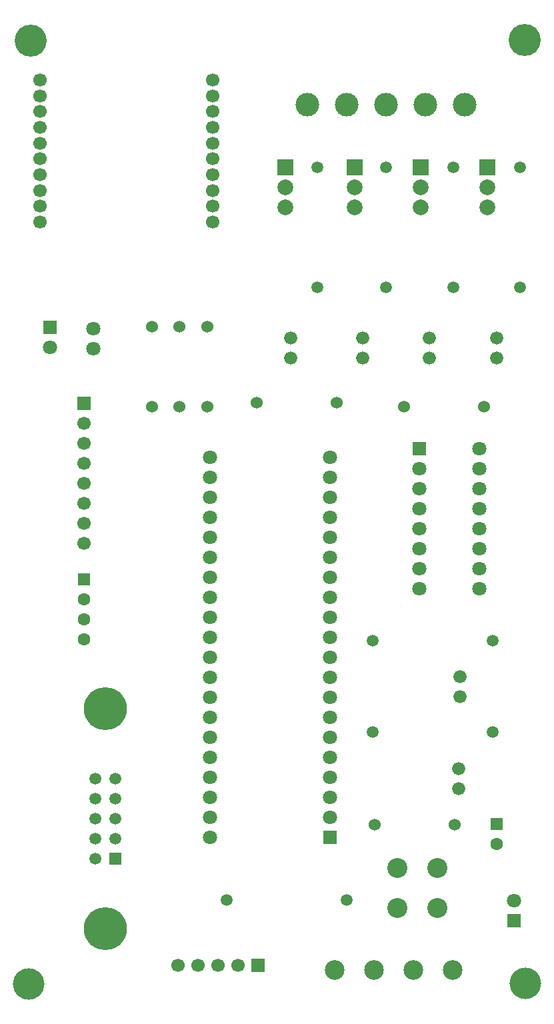
<source format=gbs>
G04 (created by PCBNEW (2013-07-07 BZR 4022)-stable) date 8/21/2014 1:45:18 PM*
%MOIN*%
G04 Gerber Fmt 3.4, Leading zero omitted, Abs format*
%FSLAX34Y34*%
G01*
G70*
G90*
G04 APERTURE LIST*
%ADD10C,0.00590551*%
%ADD11C,0.15748*%
%ADD12C,0.066*%
%ADD13R,0.0787402X0.0787402*%
%ADD14C,0.0787402*%
%ADD15R,0.0669291X0.0669291*%
%ADD16C,0.0669291*%
%ADD17C,0.0590551*%
%ADD18C,0.1*%
%ADD19R,0.0708661X0.0708661*%
%ADD20C,0.0708661*%
%ADD21C,0.11811*%
%ADD22R,0.0629921X0.0629921*%
%ADD23C,0.0629921*%
%ADD24C,0.215*%
%ADD25R,0.0590551X0.0590551*%
%ADD26C,0.06*%
%ADD27C,0.16*%
%ADD28C,0.0984252*%
G04 APERTURE END LIST*
G54D10*
G54D11*
X40975Y-60500D03*
G54D12*
X62460Y-49726D03*
X62460Y-50726D03*
X62519Y-45149D03*
X62519Y-46149D03*
G54D13*
X53789Y-19659D03*
G54D14*
X53789Y-20659D03*
X53789Y-21659D03*
G54D13*
X60561Y-19659D03*
G54D14*
X60561Y-20659D03*
X60561Y-21659D03*
G54D13*
X63907Y-19659D03*
G54D14*
X63907Y-20659D03*
X63907Y-21659D03*
G54D13*
X57273Y-19659D03*
G54D14*
X57273Y-20659D03*
X57273Y-21659D03*
G54D15*
X52411Y-59589D03*
G54D16*
X51411Y-59589D03*
X50411Y-59589D03*
X49411Y-59589D03*
X48411Y-59589D03*
G54D17*
X55393Y-25657D03*
X55393Y-19657D03*
X58161Y-43346D03*
X64161Y-43346D03*
X58828Y-25657D03*
X58828Y-19657D03*
X58161Y-47913D03*
X64161Y-47913D03*
X62194Y-25657D03*
X62194Y-19657D03*
X65511Y-25657D03*
X65511Y-19657D03*
X50850Y-56300D03*
X56850Y-56300D03*
G54D18*
X59400Y-56700D03*
X61400Y-54700D03*
X59392Y-54714D03*
X61400Y-56700D03*
G54D19*
X60478Y-33744D03*
G54D20*
X60478Y-34744D03*
X60478Y-35744D03*
X60478Y-36744D03*
X60478Y-37744D03*
X60478Y-38744D03*
X60478Y-39744D03*
X60478Y-40744D03*
X63478Y-40744D03*
X63478Y-39744D03*
X63478Y-38744D03*
X63478Y-37744D03*
X63478Y-36744D03*
X63478Y-35744D03*
X63478Y-34744D03*
X63478Y-33744D03*
G54D21*
X54881Y-16550D03*
X56850Y-16550D03*
X58818Y-16550D03*
X60787Y-16550D03*
X62755Y-16550D03*
G54D22*
X64370Y-52511D03*
G54D23*
X64370Y-53511D03*
G54D24*
X44793Y-57724D03*
X44793Y-46724D03*
G54D25*
X45293Y-54224D03*
G54D17*
X44293Y-54224D03*
X45293Y-53224D03*
X44293Y-53224D03*
X45293Y-52224D03*
X44293Y-52224D03*
X45293Y-51224D03*
X44293Y-51224D03*
X45293Y-50224D03*
X44293Y-50224D03*
G54D22*
X43743Y-40289D03*
G54D23*
X43743Y-41289D03*
X43743Y-42289D03*
X43743Y-43289D03*
G54D11*
X65800Y-60484D03*
G54D15*
X43743Y-31460D03*
G54D16*
X43743Y-32460D03*
X43743Y-33460D03*
X43743Y-34460D03*
X43743Y-35460D03*
X43743Y-36460D03*
X43743Y-37460D03*
X43743Y-38460D03*
G54D26*
X58255Y-52549D03*
X62255Y-52549D03*
G54D16*
X50177Y-15314D03*
X50177Y-18464D03*
X50177Y-20038D03*
X50177Y-19251D03*
X50177Y-16889D03*
X50177Y-17676D03*
X50177Y-16101D03*
X50177Y-21613D03*
X50177Y-22401D03*
X50177Y-20826D03*
X41515Y-20826D03*
X41515Y-22401D03*
X41515Y-21613D03*
X41515Y-16101D03*
X41515Y-17676D03*
X41515Y-16889D03*
X41515Y-19251D03*
X41515Y-20038D03*
X41515Y-18464D03*
X41515Y-15314D03*
G54D26*
X49881Y-31635D03*
X49881Y-27635D03*
X59732Y-31624D03*
X63732Y-31624D03*
X48503Y-31635D03*
X48503Y-27635D03*
X47116Y-31635D03*
X47116Y-27635D03*
X52360Y-31437D03*
X56360Y-31437D03*
G54D12*
X54045Y-29200D03*
X54045Y-28200D03*
X61003Y-29200D03*
X61003Y-28200D03*
X57657Y-29200D03*
X57657Y-28200D03*
X64360Y-29200D03*
X64360Y-28200D03*
G54D20*
X44192Y-27738D03*
X44192Y-28738D03*
G54D27*
X65767Y-13316D03*
X41072Y-13336D03*
G54D19*
X42027Y-27659D03*
G54D20*
X42027Y-28659D03*
G54D19*
X65225Y-57350D03*
G54D20*
X65225Y-56350D03*
G54D19*
X56041Y-53161D03*
G54D20*
X56041Y-52161D03*
X56041Y-51161D03*
X56041Y-50161D03*
X56041Y-49161D03*
X56041Y-48161D03*
X56041Y-47161D03*
X56041Y-46161D03*
X56041Y-45161D03*
X56041Y-44161D03*
X56041Y-43161D03*
X56041Y-42161D03*
X56041Y-41161D03*
X56041Y-40161D03*
X56041Y-39161D03*
X56041Y-38161D03*
X56041Y-37161D03*
X56041Y-36161D03*
X56041Y-35161D03*
X56041Y-34161D03*
X50041Y-34161D03*
X50041Y-35161D03*
X50041Y-36161D03*
X50041Y-37161D03*
X50041Y-38161D03*
X50041Y-39161D03*
X50041Y-40161D03*
X50041Y-41161D03*
X50041Y-42161D03*
X50041Y-43161D03*
X50041Y-44161D03*
X50041Y-45161D03*
X50041Y-46161D03*
X50041Y-47161D03*
X50041Y-48161D03*
X50041Y-49161D03*
X50041Y-50161D03*
X50041Y-51161D03*
X50041Y-52161D03*
X50041Y-53161D03*
G54D28*
X62168Y-59800D03*
X58231Y-59800D03*
X60200Y-59800D03*
X56262Y-59800D03*
M02*

</source>
